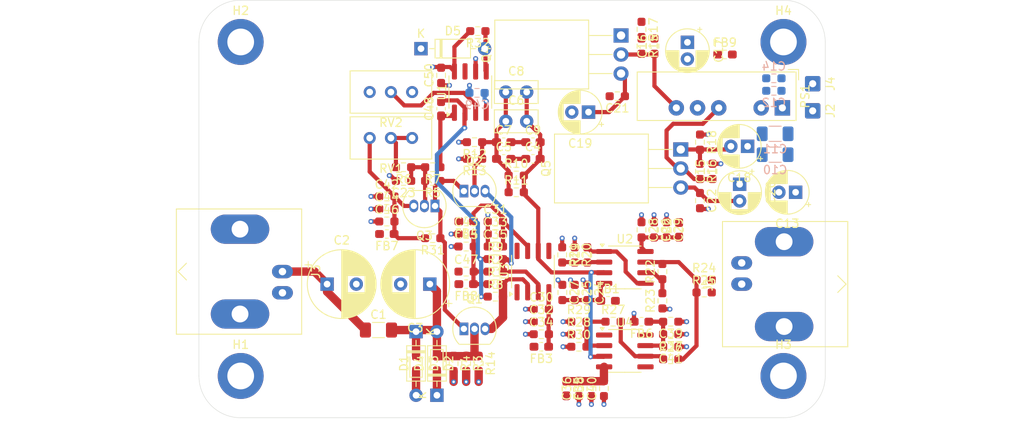
<source format=kicad_pcb>
(kicad_pcb (version 20240108) (generator "pcbnew") (generator_version "8.0")
  (layers (0 "F.Cu" signal) (1 "In1.Cu" signal) (2 "In2.Cu" signal) (31 "B.Cu" signal) (34 "B.Paste" user) (35 "F.Paste" user) (36 "B.SilkS" user "B.Silkscreen") (37 "F.SilkS" user "F.Silkscreen") (38 "B.Mask" user) (39 "F.Mask" user) (44 "Edge.Cuts" user))
  (net 0 "")
  (net 1 "Net-(J3-In)")
  (net 2 "Net-(D1-A)")
  (net 3 "Net-(C2-Pad2)")
  (net 4 "Net-(U2A-+)")
  (net 5 "Net-(C4-Pad1)")
  (net 6 "Net-(Q2-B)")
  (net 7 "Net-(C7-Pad2)")
  (net 8 "Earth")
  (net 9 "Net-(J2-Pin_1)")
  (net 10 "0")
  (net 11 "Net-(PS1--Vout)")
  (net 12 "Net-(PS1-+Vout)")
  (net 13 "Net-(Q4-B)")
  (net 14 "Net-(Q5-B)")
  (net 15 "+5V")
  (net 16 "-5V")
  (net 17 "Net-(Q3-B)")
  (net 18 "Net-(U2C-V-)")
  (net 19 "Net-(U2C-V+)")
  (net 20 "Net-(U3-V-)")
  (net 21 "Net-(U3-V+)")
  (net 22 "Net-(U4-V-)")
  (net 23 "Net-(U4-V+)")
  (net 24 "Net-(Q3-C)")
  (net 25 "Net-(C43-Pad2)")
  (net 26 "Net-(C48-Pad1)")
  (net 27 "Net-(U1A--)")
  (net 28 "GND")
  (net 29 "Net-(J1-In)")
  (net 30 "Net-(Q1-C)")
  (net 31 "Net-(Q1-E)")
  (net 32 "Net-(Q2-C)")
  (net 33 "Net-(R6-Pad2)")
  (net 34 "Net-(U2B-+)")
  (net 35 "Net-(U2A--)")
  (net 36 "Net-(U2B--)")
  (net 37 "Net-(R22-Pad2)")
  (net 38 "Net-(R26-Pad1)")
  (net 39 "Net-(U4--)")
  (net 40 "5V")
  (net 41 "Net-(U1A-+)")
  (net 42 "Net-(D5-A)")
  (footprint "Capacitor_SMD:C_0603_1608Metric_Pad1.08x0.95mm_HandSolder" (layer "F.Cu") (at 90 94)
    (property "Reference" "C4")
    (property "Value" "5p")
  )
  (footprint "Resistor_SMD:R_0603_1608Metric_Pad0.98x0.95mm_HandSolder" (layer "F.Cu") (at 82 107.5)
    (property "Reference" "C47")
    (property "Value" "1n")
  )
  (footprint "Capacitor_THT:CP_Radial_D8.0mm_P3.50mm" (layer "F.Cu") (at 77.652651 109 180)
    (property "Reference" "C3")
    (property "Value" "100u")
  )
  (footprint "Potentiometer_THT:Potentiometer_Bourns_3296W_Vertical" (layer "F.Cu") (at 70.45 86 180)
    (property "Reference" "RV2")
    (property "Value" "100k")
  )
  (footprint "Resistor_SMD:R_0603_1608Metric_Pad0.98x0.95mm_HandSolder" (layer "F.Cu") (at 85.5 104.5)
    (property "Reference" "C35")
    (property "Value" "1n")
  )
  (footprint "Resistor_SMD:R_0603_1608Metric_Pad0.98x0.95mm_HandSolder" (layer "F.Cu") (at 85.5 106)
    (property "Reference" "R9")
    (property "Value" "100k")
  )
  (footprint "MountingHole:MountingHole_3.2mm_M3_ISO14580_Pad_TopBottom" (layer "F.Cu") (at 120 80)
    (property "Reference" "H4")
    (property "Value" "MountingHole")
  )
  (footprint "Potentiometer_THT:Potentiometer_Bourns_3296W_Vertical" (layer "F.Cu") (at 70.45 91.5 180)
    (property "Reference" "RV1")
    (property "Value" "100k")
  )
  (footprint "Resistor_SMD:R_0603_1608Metric_Pad0.98x0.95mm_HandSolder" (layer "F.Cu") (at 85.5 107.5)
    (property "Reference" "R2")
    (property "Value" "2k")
  )
  (footprint "Resistor_SMD:R_0603_1608Metric_Pad0.98x0.95mm_HandSolder" (layer "F.Cu") (at 95.5 115)
    (property "Reference" "R28")
    (property "Value" "10")
  )
  (footprint "Resistor_SMD:R_0603_1608Metric_Pad0.98x0.95mm_HandSolder" (layer "F.Cu") (at 95.5 116.5)
    (property "Reference" "R30")
    (property "Value" "10")
  )
  (footprint "Resistor_SMD:R_0603_1608Metric_Pad0.98x0.95mm_HandSolder" (layer "F.Cu") (at 110.5 110)
    (property "Reference" "R25")
    (property "Value" "100")
  )
  (footprint "Capacitor_THT:CP_Radial_D5.0mm_P2.00mm" (layer "F.Cu") (at 96.655113 88.4 180)
    (property "Reference" "C19")
    (property "Value" "47u")
  )
  (footprint "Resistor_SMD:R_0603_1608Metric_Pad0.98x0.95mm_HandSolder" (layer "F.Cu") (at 95.5 113.5)
    (property "Reference" "R29")
    (property "Value" "10")
  )
  (footprint "Package_TO_SOT_THT:TO-92_Inline" (layer "F.Cu") (at 81.73 97.86)
    (property "Reference" "Q2")
    (property "Value" "2N4401")
  )
  (footprint "Resistor_SMD:R_0603_1608Metric_Pad0.98x0.95mm_HandSolder" (layer "F.Cu") (at 105.5 107.5 90)
    (property "Reference" "R22")
    (property "Value" "1k")
  )
  (footprint "Resistor_SMD:R_0603_1608Metric_Pad0.98x0.95mm_HandSolder" (layer "F.Cu") (at 103 78.5 -90)
    (property "Reference" "R17")
    (property "Value" "3k3")
  )
  (footprint "Resistor_SMD:R_0603_1608Metric_Pad0.98x0.95mm_HandSolder" (layer "F.Cu") (at 95.5 121.5 90)
    (property "Reference" "C36")
    (property "Value" "1n")
  )
  (footprint "Inductor_SMD:L_0603_1608Metric_Pad1.05x0.95mm_HandSolder" (layer "F.Cu") (at 82 101.5 180)
    (property "Reference" "FB4")
    (property "Value" "FerriteBead")
  )
  (footprint "Resistor_SMD:R_0603_1608Metric_Pad0.98x0.95mm_HandSolder" (layer "F.Cu") (at 103 80.5 -90)
    (property "Reference" "R15")
    (property "Value" "1k")
  )
  (footprint "Resistor_SMD:R_0603_1608Metric_Pad0.98x0.95mm_HandSolder" (layer "F.Cu") (at 82 103)
    (property "Reference" "C43")
    (property "Value" "1u")
  )
  (footprint "Resistor_SMD:R_0603_1608Metric_Pad0.98x0.95mm_HandSolder" (layer "F.Cu") (at 82 118.5 -90)
    (property "Reference" "R3")
    (property "Value" "100")
  )
  (footprint "Inductor_SMD:L_0603_1608Metric_Pad1.05x0.95mm_HandSolder" (layer "F.Cu") (at 94 121.5 -90)
    (property "Reference" "FB5")
    (property "Value" "FerriteBead")
  )
  (footprint "Package_SO:SOIC-8_3.9x4.9mm_P1.27mm" (layer "F.Cu") (at 90 107.5 90)
    (property "Reference" "U3")
    (property "Value" "AD8009")
  )
  (footprint "Capacitor_THT:CP_Radial_D5.0mm_P2.00mm" (layer "F.Cu") (at 108.5 80.044888 -90)
    (property "Reference" "C17")
    (property "Value" "47u")
  )
  (footprint "Resistor_SMD:R_0603_1608Metric_Pad0.98x0.95mm_HandSolder" (layer "F.Cu") (at 85.5 103)
    (property "Reference" "C33")
    (property "Value" "100n")
  )
  (footprint "Capacitor_SMD:C_1206_3216Metric_Pad1.33x1.80mm_HandSolder" (layer "F.Cu") (at 71.5 114.5)
    (property "Reference" "C1")
    (property "Value" "2.2u")
  )
  (footprint "Capacitor_THT:CP_Radial_D5.0mm_P2.00mm" (layer "F.Cu") (at 115.705113 92.5 180)
    (property "Reference" "C18")
    (property "Value" "47u")
  )
  (footprint "Capacitor_SMD:C_0603_1608Metric_Pad1.08x0.95mm_HandSolder" (layer "F.Cu") (at 86.5 92)
    (property "Reference" "C7")
    (property "Value" "5p")
  )
  (footprint "Resistor_SMD:R_0603_1608Metric_Pad0.98x0.95mm_HandSolder" (layer "F.Cu") (at 106 102.5 -90)
    (property "Reference" "C29")
    (property "Value" "1n")
  )
  (footprint "Inductor_SMD:L_0603_1608Metric_Pad1.05x0.95mm_HandSolder" (layer "F.Cu") (at 113 81.5)
    (property "Reference" "FB9")
    (property "Value" "FerriteBead")
  )
  (footprint "Inductor_SMD:L_0603_1608Metric_Pad1.05x0.95mm_HandSolder" (layer "F.Cu") (at 103 113.5 180)
    (property "Reference" "FB6")
    (property "Value" "FerriteBead")
  )
  (footprint "Resistor_SMD:R_0603_1608Metric_Pad0.98x0.95mm_HandSolder" (layer "F.Cu") (at 95 105.5 -90)
    (property "Reference" "R20")
    (property "Value" "250")
  )
  (footprint "Resistor_SMD:R_0603_1608Metric_Pad0.98x0.95mm_HandSolder" (layer "F.Cu") (at 110.5 108.5)
    (property "Reference" "R24")
    (property "Value" "100")
  )
  (footprint "Resistor_SMD:R_0603_1608Metric_Pad0.98x0.95mm_HandSolder" (layer "F.Cu") (at 72.5 100)
    (property "Reference" "C44")
    (property "Value" "100n")
  )
  (footprint "Resistor_SMD:R_0603_1608Metric_Pad0.98x0.95mm_HandSolder" (layer "F.Cu") (at 91 112)
    (property "Reference" "C30")
    (property "Value" "1n")
  )
  (footprint "Package_TO_SOT_THT:TO-126-3_Horizontal_TabUp" (layer "F.Cu") (at 100.55 79.225 -90)
    (property "Reference" "Q4")
    (property "Value" "BD679")
  )
  (footprint "Resistor_SMD:R_0603_1608Metric_Pad0.98x0.95mm_HandSolder" (layer "F.Cu") (at 85.5 101.5)
    (property "Reference" "C31")
    (property "Value" "1u")
  )
  (footprint "Capacitor_SMD:C_0603_1608Metric_Pad1.08x0.95mm_HandSolder" (layer "F.Cu") (at 90 92)
    (property "Reference" "C9")
    (property "Value" "5p")
  )
  (footprint "Package_SO:SOIC-8_3.9x4.9mm_P1.27mm" (layer "F.Cu") (at 82.5 86 90)
    (property "Reference" "U1")
    (property "Value" "TL072")
  )
  (footprint "Inductor_SMD:L_0603_1608Metric_Pad1.05x0.95mm_HandSolder" (layer "F.Cu") (at 72.5 103 180)
    (property "Reference" "FB7")
    (property "Value" "FerriteBead")
  )
  (footprint "Connector_Wire:SolderWire-0.25sqmm_1x01_D0.65mm_OD1.7mm" (layer "F.Cu") (at 123.5 88.25 -90)
    (property "Reference" "J2")
    (property "Value" "wire2board")
  )
  (footprint "Inductor_SMD:L_0603_1608Metric_Pad1.05x0.95mm_HandSolder" (layer "F.Cu") (at 91 116.5 180)
    (property "Reference" "FB3")
    (property "Value" "FerriteBead")
  )
  (footprint "Inductor_SMD:L_0603_1608Metric_Pad1.05x0.95mm_HandSolder" (layer "F.Cu") (at 99 111)
    (property "Reference" "FB1")
    (property "Value" "FerriteBead")
  )
  (footprint "Resistor_SMD:R_0603_1608Metric_Pad0.98x0.95mm_HandSolder" (layer "F.Cu") (at 105.5 111 90)
    (property "Reference" "R23")
    (property "Value" "1k")
  )
  (footprint "Converter_DCDC:Converter_DCDC_XP_POWER-IAxxxxS_THT" (layer "F.Cu") (at 119.87 87.895 -90)
    (property "Reference" "PS1")
    (property "Value" "IA0509S")
  )
  (footprint "Resistor_SMD:R_0603_1608Metric_Pad0.98x0.95mm_HandSolder" (layer "F.Cu") (at 104.55 80.5 90)
    (property "Reference" "C16")
    (property "Value" "1u")
  )
  (footprint "Capacitor_SMD:C_0603_1608Metric_Pad1.08x0.95mm_HandSolder" (layer "F.Cu") (at 79 88 90)
    (property "Reference" "C48")
    (property "Value" "5p")
  )
  (footprint "MountingHole:MountingHole_3.2mm_M3_ISO14580_Pad_TopBottom" (layer "F.Cu") (at 120 120)
    (property "Reference" "H3")
    (property "Value" "MountingHole")
  )
  (footprint "Resistor_SMD:R_0603_1608Metric_Pad0.98x0.95mm_HandSolder" (layer "F.Cu") (at 74.5 95 180)
    (property "Reference" "R6")
    (property "Value" "5.1k")
  )
  (footprint "Resistor_SMD:R_0603_1608Metric_Pad0.98x0.95mm_HandSolder" (layer "F.Cu") (at 78 103.5 180)
    (property "Reference" "R31")
    (property "Value" "1k")
  )
  (footprint "Package_TO_SOT_THT:TO-126-3_Horizontal_TabUp" (layer "F.Cu") (at 107.7 92.875113 -90)
    (property "Reference" "Q5")
    (property "Value" "BD680")
  )
  (footprint "Resistor_SMD:R_0603_1608Metric_Pad0.98x0.95mm_HandSolder" (layer "F.Cu") (at 72.5 101.5)
    (property "Reference" "C46")
    (property "Value" "100n")
  )
  (footprint "Resistor_SMD:R_0603_1608Metric_Pad0.98x0.95mm_HandSolder" (layer "F.Cu") (at 98.5 121.5 90)
    (property "Reference" "C40")
    (property "Value" "100n")
  )
  (footprint "Resistor_SMD:R_0603_1608Metric_Pad0.98x0.95mm_HandSolder" (layer "F.Cu") (at 83.4 78.7 180)
    (property "Reference" "R32")
    (property "Value" "100k")
  )
  (footprint "Diode_SMD:D_0603_1608Metric_Pad1.05x0.95mm_HandSolder" (layer "F.Cu") (at 78.5 118.5 -90)
    (property "Reference" "D2")
    (property "Value" "1N4148W")
  )
  (footprint "Resistor_SMD:R_0603_1608Metric_Pad0.98x0.95mm_HandSolder" (layer "F.Cu") (at 79 84 90)
    (property "Reference" "C50")
    (property "Value" "100n")
  )
  (footprint "Resistor_SMD:R_0603_1608Metric_Pad0.98x0.95mm_HandSolder" (layer "F.Cu") (at 83 92 180)
    (property "Reference" "R12")
    (property "Value" "100")
  )
  (footprint "Resistor_SMD:R_0603_1608Metric_Pad0.98x0.95mm_HandSolder" (layer "F.Cu") (at 93.52 110 -90)
    (property "Reference" "C27")
    (property "Value" "1u")
  )
  (footprint "Resistor_SMD:R_0603_1608Metric_Pad0.98x0.95mm_HandSolder" (layer "F.Cu") (at 91 113.5)
    (property "Reference" "C32")
    (property "Value" "100n")
  )
  (footprint "Resistor_SMD:R_0603_1608Metric_Pad0.98x0.95mm_HandSolder" (layer "F.Cu") (at 110 95.5 -90)
    (property "Reference" "R16")
    (property "Value" "1k")
  )
  (footprint "Connector_Coaxial:BNC_Amphenol_B6252HB-NPP3G-50_Horizontal" (layer "F.Cu") (at 115 109 -90)
    (property "Reference" "J1")
    (property "Value" "Input")
  )
  (footprint "Capacitor_SMD:C_0603_1608Metric_Pad1.08x0.95mm_HandSolder" (layer "F.Cu") (at 86.5 94)
    (property "Reference" "C5")
    (property "Value" "5p")
  )
  (footprint "Resistor_SMD:R_0603_1608Metric_Pad0.98x0.95mm_HandSolder" (layer "F.Cu") (at 82 104.5)
    (property "Reference" "C45")
    (property "Value" "100n")
  )
  (footprint "Capacitor_THT:C_Disc_D5.0mm_W2.5mm_P2.50mm" (layer "F.Cu") (at 86.75 89.5)
    (property "Reference" "C6")
    (property "Value" "5p")
  )
  (footprint "Resistor_SMD:R_0603_1608Metric_Pad0.98x0.95mm_HandSolder" (layer "F.Cu") (at 110 99 -90)
    (property "Reference" "C22")
    (property "Value" "1u")
  )
  (footprint "Resistor_SMD:R_0603_1608Metric_Pad0.98x0.95mm_HandSolder" (layer "F.Cu") (at 106.5 118)
    (property "Reference" "R26")
    (property "Value" "jumper")
  )
  (footprint "Diode_THT:D_DO-35_SOD27_P7.62mm_Horizontal" (layer "F.Cu") (at 78.5 122.31 90)
    (property "Reference" "D4")
    (property "Value" "1N4148")
  )
  (footprint "Capacitor_THT:C_Disc_D5.0mm_W2.5mm_P2.50mm" (layer "F.Cu") (at 86.75 86)
    (property "Reference" "C8")
    (property "Value" "5p")
  )
  (footprint "Package_SO:SOIC-8_3.9x4.9mm_P1.27mm" (layer "F.Cu") (at 101 107)
    (property "Reference" "U2")
    (property "Value" "AD8039")
  )
  (footprint "Diode_SMD:D_0603_1608Metric_Pad1.05x0.95mm_HandSolder" (layer "F.Cu") (at 76 118.5 90)
    (property "Reference" "D1")
    (property "Value" "1N4148W")
  )
  (footprint "Resistor_SMD:R_0603_1608Metric_Pad0.98x0.95mm_HandSolder" (layer "F.Cu") (at 78 95 180)
    (property "Reference" "R7")
    (property "Value" "jumper")
  )
  (footprint "Resistor_SMD:R_0603_1608Metric_Pad0.98x0.95mm_HandSolder" (layer "F.Cu") (at 85.5 109)
    (property "Reference" "R1")
    (property "Value" "2k")
  )
  (footprint "Capacitor_THT:CP_Radial_D5.0mm_P2.00mm" (layer "F.Cu") (at 121.455113 98 180)
    (property "Reference" "C13")
    (property "Value" "47u")
  )
  (footprint "Resistor_SMD:R_0603_1608Metric_Pad0.98x0.95mm_HandSolder" (layer "F.Cu") (at 103 102.5 -90)
    (property "Reference" "C28")
    (property "Value" "100n")
  )
  (footprint "Resistor_SMD:R_0603_1608Metric_Pad0.98x0.95mm_HandSolder" (layer "F.Cu") (at 85.5 110.5)
    (property "Reference" "R8")
    (property "Value" "100k")
  )
  (footprint "Connector_Coaxial:BNC_Amphenol_B6252HB-NPP3G-50_Horizontal" (layer "F.Cu") (at 60 107.5 90)
    (property "Reference" "J3")
    (property "Value" "Input")
  )
  (footprint "Capacitor_THT:CP_Radial_D8.0mm_P3.50mm" (layer "F.Cu") (at 65.347349 109)
    (property "Reference" "C2")
    (property "Value" "100u")
  )
  (footprint "Resistor_SMD:R_0603_1608Metric_Pad0.98x0.95mm_HandSolder" (layer "F.Cu") (at 88 98)
    (property "Reference" "R11")
    (property "Value" "1k")
  )
  (footprint "Capacitor_THT:CP_Radial_D5.0mm_P2.00mm" (layer "F.Cu") (at 114.75 97.044887 -90)
    (property "Reference" "C20")
    (property "Value" "47u")
  )
  (footprint "Resistor_SMD:R_0603_1608Metric_Pad0.98x0.95mm_HandSolder" (layer "F.Cu") (at 83 94 180)
    (property "Reference" "R13")
    (property "Value" "100")
  )
  (footprint "Resistor_SMD:R_0603_1608Metric_Pad0.98x0.95mm_HandSolder" (layer "F.Cu") (at 78 96.64 180)
    (property "Reference" "R5")
    (property "Value" "1k")
  )
  (footprint "Resistor_SMD:R_0603_1608Metric_Pad0.98x0.95mm_HandSolder" (layer "F.Cu") (at 91 115)
    (property "Reference" "C34")
    (property "Value" "100n")
  )
  (footprint "Inductor_SMD:L_0603_1608Metric_Pad1.05x0.95mm_HandSolder" (layer "F.Cu") (at 107.5 102.5 90)
    (property "Reference" "FB2")
    (property "Value" "FerriteBead")
  )
  (footprint "Resistor_SMD:R_0603_1608Metric_Pad0.98x0.95mm_HandSolder" (layer "F.Cu") (at 106.5 113.5 180)
    (property "Reference" "C39")
    (property "Value" "100n")
  )
  (footprint "Resistor_SMD:R_0603_1608Metric_Pad0.98x0.95mm_HandSolder" (layer "F.Cu") (at 72.5 98.5)
    (property "Reference" "C42")
    (property "Value" "1n")
  )
  (footprint "Resistor_SMD:R_0603_1608Metric_Pad0.98x0.95mm_HandSolder" (layer "F.Cu") (at 88 96)
    (property "Reference" "R10")
    (property "Value" "1k")
  )
  (footprint "Resistor_SMD:R_0603_1608Metric_Pad0.98x0.95mm_HandSolder" (layer "F.Cu") (at 97 121.5 90)
    (property "Reference" "C38")
    (property "Value" "100n")
  )
  (footprint "Resistor_SMD:R_0603_1608Metric_Pad0.98x0.95mm_HandSolder" (layer "F.Cu") (at 96.5 105.5 90)
    (property "Reference" "R19")
    (property "Value" "1k")
  )
  (footprint "Resistor_SMD:R_0603_1608Metric_Pad0.98x0.95mm_HandSolder" (layer "F.Cu") (at 104.5 102.5 -90)
    (property "Reference" "C26")
    (property "Value" "1u")
  )
  (footprint "MountingHole:MountingHole_3.2mm_M3_ISO14580_Pad_TopBottom" (layer "F.Cu") (at 55 120)
    (property "Reference" "H1")
    (property "Value" "MountingHole")
  )
  (footprint "Connector_Wire:SolderWire-0.25sqmm_1x01_D0.65mm_OD1.7mm" (layer "F.Cu") (at 123.5 85 -90)
    (property "Reference" "J4")
    (property "Value" "wire2board")
  )
  (footprint "Resistor_SMD:R_0603_1608Metric_Pad0.98x0.95mm_HandSolder" (layer "F.Cu") (at 106.5 116.5 180)
    (property "Reference" "C41")
    (property "Value" "1n")
  )
  (footprint "Diode_THT:D_DO-35_SOD27_P7.62mm_Horizontal" (layer "F.Cu") (at 76 114.69 -90)
    (property "Reference" "D3")
    (property "Value" "1N4148")
  )
  (footprint "Resistor_SMD:R_0603_1608Metric_Pad0.98x0.95mm_HandSolder" (layer "F.Cu") (at 100.1 86.5 180)
    (property "Reference" "C21")
    (property "Value" "1u")
  )
  (footprint "Resistor_SMD:R_0603_1608Metric_Pad0.98x0.95mm_HandSolder" (layer "F.Cu") (at 111.5 95.5 90)
    (property "Reference" "C15")
    (property "Value" "1u")
  )
  (footprint "Resistor_SMD:R_0603_1608Metric_Pad0.98x0.95mm_HandSolder" (layer "F.Cu") (at 99.6 113.5)
    (property "Reference" "R27")
    (property "Value" "200")
  )
  (footprint "Resistor_SMD:R_0603_1608Metric_Pad0.98x0.95mm_HandSolder" (layer "F.Cu") (at 93.5 105.5 -90)
    (property "Reference" "R21")
    (property "Value" "250")
  )
  (footprint "Resistor_SMD:R_0603_1608Metric_Pad0.98x0.95mm_HandSolder" (layer "F.Cu") (at 95.01 110 -90)
    (property "Reference" "C25")
    (property "Value" "100n")
  )
  (footprint "Package_TO_SOT_THT:TO-92_Inline" (layer "F.Cu") (at 81.73 114.36)
    (property "Reference" "Q1")
    (property "Value" "2N4401")
  )
  (footprint "Resistor_SMD:R_0603_1608Metric_Pad0.98x0.95mm_HandSolder" (layer "F.Cu") (at 106.5 115 180)
    (property "Reference" "C37")
    (property "Value" "1u")
  )
  (footprint "Resistor_SMD:R_0603_1608Metric_Pad0.98x0.95mm_HandSolder" (layer "F.Cu") (at 80.5 118.5 -90)
    (property "Reference" "R4")
    (property "Value" "100")
  )
  (footprint "Resistor_SMD:R_0603_1608Metric_Pad0.98x0.95mm_HandSolder" (layer "F.Cu") (at 83.5 118.5 -90)
    (property "Reference" "R14")
    (property "Value" "2k")
  )
  (footprint "MountingHole:MountingHole_3.2mm_M3_ISO14580_Pad_TopBottom" (layer "F.Cu") (at 55 80)
    (property "Reference" "H2")
    (property "Value" "MountingHole")
  )
  (footprint "Resistor_SMD:R_0603_1608Metric_Pad0.98x0.95mm_HandSolder" (layer "F.Cu") (at 74.5 96.64 180)
    (property "Reference" "C23")
    (property "Value" "100n")
  )
  (footprint "Package_TO_SOT_THT:TO-92_Inline" (layer "F.Cu") (at 78.27 99.64 180)
    (property "Reference" "Q3")
    (property "Value" "2N3906")
  )
  (footprint "Resistor_SMD:R_0603_1608Metric_Pad0.98x0.95mm_HandSolder" (layer "F.Cu") (at 96.52 110 -90)
    (property "Reference" "C24")
    (property "Value" "1n")
  )
  (footprint "Inductor_SMD:L_0603_1608Metric_Pad1.05x0.95mm_HandSolder" (layer "F.Cu") (at 82 109 180)
    (property "Reference" "FB8")
    (property "Value" "FerriteBead")
  )
  (footprint "Package_SO:SOIC-8_3.9x4.9mm_P1.27mm" (layer "F.Cu") (at 101 117)
    (property "Reference" "U4")
    (property "Value" "AD8009")
  )
  (footprint "Resistor_SMD:R_0603_1608Metric_Pad0.98x0.95mm_HandSolder" (layer "F.Cu") (at 110 92 -90)
    (property "Reference" "R18")
    (property "Value" "3k3")
  )
  (footprint "Diode_THT:D_DO-35_SOD27_P7.62mm_Horizontal" (layer "F.Cu") (at 76.59 80.8)
    (property "Reference" "D5")
    (property "Value" "1N4148")
  )
  (footprint "Resistor_SMD:R_1206_3216Metric_Pad1.30x1.75mm_HandSolder" (layer "B.Cu") (at 119 91)
    (property "Reference" "C11")
    (property "Value" "10u")
  )
  (footprint "Resistor_SMD:R_0603_1608Metric_Pad0.98x0.95mm_HandSolder" (layer "B.Cu") (at 83.3 86.1)
    (property "Reference" "C49")
    (property "Value" "100n")
  )
  (footprint "Resistor_SMD:R_1206_3216Metric_Pad1.30x1.75mm_HandSolder" (layer "B.Cu") (at 119 93.5)
    (property "Reference" "C10")
    (property "Value" "10u")
  )
  (footprint "Resistor_SMD:R_0603_1608Metric_Pad0.98x0.95mm_HandSolder" (layer "B.Cu") (at 118.85 84.349887 180)
    (property "Reference" "C14")
    (property "Value" "1u")
  )
  (footprint "Resistor_SMD:R_0603_1608Metric_Pad0.98x0.95mm_HandSolder" (layer "B.Cu") (at 118.85 85.849887)
    (property "Reference" "C12")
    (property "Value" "1u")
  )
  (gr_line (start 55 125) (end 120 125) (stroke (width 0.05)) (layer "Edge.Cuts"))
  (gr_line (start 50 80) (end 50 120) (stroke (width 0.05)) (layer "Edge.Cuts"))
  (gr_arc (start 55 125) (mid 51.464466 123.535534) (end 50 120) (stroke (width 0.05)) (layer "Edge.Cuts"))
  (gr_arc (start 120 75) (mid 123.535534 76.464466) (end 125 80) (stroke (width 0.05)) (layer "Edge.Cuts"))
  (gr_arc (start 125 120) (mid 123.535534 123.535534) (end 120 125) (stroke (width 0.05)) (layer "Edge.Cuts"))
  (gr_line (start 125 120) (end 125 80) (stroke (width 0.05)) (layer "Edge.Cuts"))
  (gr_line (start 120 75) (end 55 75) (stroke (width 0.05)) (layer "Edge.Cuts"))
  (gr_arc (start 50 80) (mid 51.464466 76.464466) (end 55 75) (stroke (width 0.05)) (layer "Edge.Cuts"))
  (segment (start 60 107.5) (end 63.847349 107.5) (width 1) (layer "F.Cu") (net 1))
  (segment (start 65.347349 109) (end 65.347349 109.909849) (width 1) (layer "F.Cu") (net 1))
  (segment (start 63.847349 107.5) (end 65.347349 109) (width 1) (layer "F.Cu") (net 1))
  (segment (start 65.347349 109.909849) (end 69.9375 114.5) (width 1) (layer "F.Cu") (net 1))
  (segment (start 83 117.625) (end 83 114.36) (width 1) (layer "F.Cu") (net 2))
  (segment (start 76 117.625) (end 76 114.69) (width 1) (layer "F.Cu") (net 2))
  (segment (start 73.0625 114.5) (end 78.31 114.5) (width 1) (layer "F.Cu") (net 2))
  (segment (start 82 117.5875) (end 82.0375 117.625) (width 1) (layer "F.Cu") (net 2))
  (segment (start 82.0375 117.625) (end 83 117.625) (width 1) (layer "F.Cu") (net 2))
  (segment (start 78.5 117.625) (end 83.4625 117.625) (width 1) (layer "F.Cu") (net 2))
  (segment (start 83.4625 117.625) (end 83.5 117.5875) (width 1) (layer "F.Cu") (net 2))
  (segment (start 78.5 117.625) (end 78.5 114.69) (width 1) (layer "F.Cu") (net 2))
  (segment (start 78.5 109.847349) (end 77.652651 109) (width 1) (layer "F.Cu") (net 2))
  (segment (start 78.31 114.5) (end 78.5 114.69) (width 1) (layer "F.Cu") (net 2))
  (segment (start 78.5 114.69) (end 78.5 109.847349) (width 1) (layer "F.Cu") (net 2))
  (segment (start 98.49 107.6) (end 98.525 107.635) (width 0.5) (layer "F.Cu") (net 4))
  (segment (start 90.635 105.025) (end 90.635 105.999999) (width 0.5) (layer "F.Cu") (net 4))
  (segment (start 88.9125 98) (end 88.9125 98.2125) (width 0.5) (layer "F.Cu") (net 4))
  (segment (start 90.8625 94.05) (end 88.9125 96) (width 0.5) (layer "F.Cu") (net 4))
  (segment (start 90.8625 91.1125) (end 89.25 89.5) (width 0.5) (layer "F.Cu") (net 4))
  (segment (start 90.635 105.999999) (end 92.235001 107.6) (width 0.5) (layer "F.Cu") (net 4))
  (segment (start 90.8625 92) (end 90.8625 91.1125) (width 0.5) (layer "F.Cu") (net 4))
  (segment (start 98.46 117.7) (end 98.525 117.635) (width 0.5) (layer "F.Cu") (net 4))
  (segment (start 92.235001 107.6) (end 97 107.6) (width 0.5) (layer "F.Cu") (net 4))
  (segment (start 90.8625 92) (end 90.8625 94) (width 0.5) (layer "F.Cu") (net 4))
  (segment (start 90.635 99.935) (end 90.635 105.025) (width 0.5) (layer "F.Cu") (net 4))
  (segment (start 88.9125 96) (end 88.9125 98) (width 0.5) (layer "F.Cu") (net 4))
  (segment (start 89.25 89.5) (end 89.25 86) (width 0.5) (layer "F.Cu") (net 4))
  (segment (start 96.9 117.7) (end 98.46 117.7) (width 0.5) (layer "F.Cu") (net 4))
  (segment (start 97 107.6) (end 98.49 107.6) (width 0.5) (layer "F.Cu") (net 4))
  (segment (start 88.9125 98.2125) (end 90.635 99.935) (width 0.5) (layer "F.Cu") (net 4))
  (segment (start 90.8625 94) (end 90.8625 94.05) (width 0.5) (layer "F.Cu") (net 4))
  (via (at 97 107.6) (size 0.6) (drill 0.3) (layers "F.Cu" "B.Cu") (net 4))
  (via (at 96.9 117.7) (size 0.6) (drill 0.3) (layers "F.Cu" "B.Cu") (net 4))
  (segment (start 96.9 107.7) (end 97 107.6) (width 0.5) (layer "B.Cu") (net 4))
  (segment (start 96.9 117.7) (end 96.9 107.7) (width 0.5) (layer "B.Cu") (net 4))
  (segment (start 87.3625 94) (end 89.1375 94) (width 0.5) (layer "F.Cu") (net 5))
  (segment (start 83.9125 92) (end 83.9125 94) (width 0.5) (layer "F.Cu") (net 6))
  (segment (start 85.6375 94) (end 85.6375 92) (width 0.5) (layer "F.Cu") (net 6))
  (segment (start 87.0875 96) (end 87.0875 95.45) (width 0.5) (layer "F.Cu") (net 6))
  (segment (start 87.0875 95.45) (end 85.6375 94) (width 0.5) (layer "F.Cu") (net 6))
  (segment (start 87.0875 98) (end 87.0875 96) (width 0.5) (layer "F.Cu") (net 6))
  (segment (start 85.6375 92) (end 83.9125 92) (width 0.5) (layer "F.Cu") (net 6))
  (segment (start 85.6375 90.6125) (end 86.75 89.5) (width 0.5) (layer "F.Cu") (net 6))
  (segment (start 83.9125 94) (end 83 94.9125) (width 0.5) (layer "F.Cu") (net 6))
  (segment (start 85.6375 92) (end 85.6375 90.6125) (width 0.5) (layer "F.Cu") (net 6))
  (segment (start 86.75 89.5) (end 86.75 86) (width 0.5) (layer "F.Cu") (net 6))
  (segment (start 83 94.9125) (end 83 97.86) (width 0.5) (layer "F.Cu") (net 6))
  (segment (start 87.3625 92) (end 89.1375 92) (width 0.5) (layer "F.Cu") (net 7))
  (segment (start 106 90.6) (end 106.8 89.8) (width 0.5) (layer "F.Cu") (net 11))
  (segment (start 111.5 96.4125) (end 109.3125 96.4125) (width 0.5) (layer "F.Cu") (net 11))
  (segment (start 110.345 89.8) (end 112.25 87.895) (width 0.5) (layer "F.Cu") (net 11))
  (segment (start 108.055113 95.155113) (end 107.325 95.155113) (width 0.5) (layer "F.Cu") (net 11))
  (segment (start 109.3125 96.4125) (end 108.055113 95.155113) (width 0.5) (layer "F.Cu") (net 11))
  (segment (start 107.325 95.155113) (end 106 93.830113) (width 0.5) (layer "F.Cu") (net 11))
  (segment (start 106.8 89.8) (end 110.345 89.8) (width 0.5) (layer "F.Cu") (net 11))
  (segment (start 106 93.830113) (end 106 90.6) (width 0.5) (layer "F.Cu") (net 11))
  (segment (start 104.4575 81.505) (end 104.55 81.4125) (width 0.5) (layer "F.Cu") (net 12))
  (segment (start 100.55 81.505) (end 104.4575 81.505) (width 0.5) (layer "F.Cu") (net 12))
  (segment (start 104.55 85.275) (end 107.17 87.895) (width 0.5) (layer "F.Cu") (net 12))
  (segment (start 104.55 81.4125) (end 104.55 85.275) (width 0.5) (layer "F.Cu") (net 12))
  (segment (start 110 92.9125) (end 110 94.5875) (width 0.5) (layer "F.Cu") (net 14))
  (segment (start 113.33 92.875113) (end 113.705113 92.5) (width 0.5) (layer "F.Cu") (net 14))
  (segment (start 107.7 92.875113) (end 113.33 92.875113) (width 0.5) (layer "F.Cu") (net 14))
  (segment (start 99.1125 88.4) (end 96.655113 88.4) (width 0.5) (layer "F.Cu") (net 15))
  (segment (start 101.0125 86.5) (end 99.1125 88.4) (width 0.5) (layer "F.Cu") (net 15))
  (segment (start 101.0125 86.5) (end 101.0125 84.2475) (width 0.5) (layer "F.Cu") (net 15))
  (segment (start 82.4875 78.7) (end 80.595 80.5925) (width 0.5) (layer "F.Cu") (net 15))
  (segment (start 102.1 112.5) (end 102.1 113.475) (width 0.5) (layer "F.Cu") (net 15))
  (segment (start 80.07 83) (end 80.595 83.525) (width 0.5) (layer "F.Cu") (net 15))
  (segment (start 78 83) (end 80.07 83) (width 0.5) (layer "F.Cu") (net 15))
  (segment (start 102.1 113.475) (end 102.125 113.5) (width 0.5) (layer "F.Cu") (net 15))
  (segment (start 80.595 80.5925) (end 80.595 83.525) (width 0.5) (layer "F.Cu") (net 15))
  (segment (start 101.0125 84.2475) (end 100.55 83.785) (width 0.5) (layer "F.Cu") (net 15))
  (via (at 78 83) (size 0.6) (drill 0.3) (layers "F.Cu" "B.Cu") (net 15))
  (via (at 102.1 112.5) (size 0.6) (drill 0.3) (layers "F.Cu" "B.Cu") (net 15))
  (segment (start 110.957387 99.044887) (end 114.75 99.044887) (width 0.5) (layer "F.Cu") (net 16))
  (segment (start 110 98.0875) (end 110.957387 99.044887) (width 0.5) (layer "F.Cu") (net 16))
  (segment (start 84.405 88.475) (end 84.405 87.1) (width 0.5) (layer "F.Cu") (net 16))
  (segment (start 109.347613 97.435113) (end 110 98.0875) (width 0.5) (layer "F.Cu") (net 16))
  (segment (start 107.7 97.435113) (end 109.347613 97.435113) (width 0.5) (layer "F.Cu") (net 16))
  (via (at 84.405 87.1) (size 0.6) (drill 0.3) (layers "F.Cu" "B.Cu") (net 16))
  (segment (start 84.2125 86.9075) (end 84.405 87.1) (width 0.5) (layer "B.Cu") (net 16))
  (segment (start 84.2125 86.1) (end 84.2125 86.9075) (width 0.5) (layer "B.Cu") (net 16))
  (segment (start 77.0875 95) (end 77.0875 99.5525) (width 0.5) (layer "F.Cu") (net 17))
  (segment (start 77.0875 99.5525) (end 77 99.64) (width 0.5) (layer "F.Cu") (net 17))
  (segment (start 75.4125 95) (end 77.0875 95) (width 0.5) (layer "F.Cu") (net 17))
  (segment (start 75.4125 96.64) (end 75.4125 95) (width 0.5) (layer "F.Cu") (net 17))
  (segment (start 98.125 111) (end 98.125 109.305) (width 0.5) (layer "F.Cu") (net 18))
  (segment (start 98.125 109.305) (end 98.525 108.905) (width 0.5) (layer "F.Cu") (net 18))
  (segment (start 98.0375 110.9125) (end 98.125 111) (width 0.5) (layer "F.Cu") (net 18))
  (segment (start 93.52 110.9125) (end 98.0375 110.9125) (width 0.5) (layer "F.Cu") (net 18))
  (segment (start 103 103.4125) (end 103 104.62) (width 0.5) (layer "F.Cu") (net 19))
  (segment (start 103 104.62) (end 103.475 105.095) (width 0.5) (layer "F.Cu") (net 19))
  (segment (start 107.4625 103.4125) (end 107.5 103.375) (width 0.5) (layer "F.Cu") (net 19))
  (segment (start 103 103.4125) (end 107.4625 103.4125) (width 0.5) (layer "F.Cu") (net 19))
  (segment (start 91.875 116.5) (end 91.875 110.005) (width 0.5) (layer "F.Cu") (net 20))
  (segment (start 91.875 110.005) (end 91.905 109.975) (width 0.5) (layer "F.Cu") (net 20))
  (segment (start 84.9875 99.6) (end 83.8 99.6) (width 0.5) (layer "F.Cu") (net 21))
  (segment (start 83.8 99.6) (end 82.875 100.525) (width 0.5) (layer "F.Cu") (net 21))
  (segment (start 86.4125 101.5) (end 86.4125 101.025) (width 0.5) (layer "F.Cu") (net 21))
  (segment (start 86.4125 101.5) (end 86.4125 104.5) (width 0.5) (layer "F.Cu") (net 21))
  (segment (start 86.4125 101.025) (end 84.9875 99.6) (width 0.5) (layer "F.Cu") (net 21))
  (segment (start 82.875 100.525) (end 82.875 101.5) (width 0.5) (layer "F.Cu") (net 21))
  (segment (start 89.365 104.4525) (end 86.4125 101.5) (width 0.5) (layer "F.Cu") (net 21))
  (segment (start 89.365 105.025) (end 89.365 104.4525) (width 0.5) (layer "F.Cu") (net 21))
  (segment (start 98.5 118.93) (end 98.525 118.905) (width 1) (layer "F.Cu") (net 22))
  (segment (start 98.5 120.5875) (end 98.5 118.93) (width 1) (layer "F.Cu") (net 22))
  (segment (start 98.4625 120.625) (end 98.5 120.5875) (width 1) (layer "F.Cu") (net 22))
  (segment (start 94 120.625) (end 98.4625 120.625) (width 1) (layer "F.Cu") (net 22))
  (segment (start 105.5875 116.5) (end 105.5875 113.5) (width 0.5) (layer "F.Cu") (net 23))
  (segment (start 105.5875 113.5) (end 103.875 113.5) (width 0.5) (layer "F.Cu") (net 23))
  (segment (start 105.4525 116.365) (end 105.5875 116.5) (width 0.5) (layer "F.Cu") (net 23))
  (segment (start 103.475 116.365) (end 105.4525 116.365) (width 0.5) (layer "F.Cu") (net 23))
  (segment (start 74.5525 99.64) (end 73.4125 98.5) (width 0.5) (layer "F.Cu") (net 24))
  (segment (start 77.0875 103.5) (end 73.875 103.5) (width 0.5) (layer "F.Cu") (net 24))
  (segment (start 73.4125 98.5) (end 73.4125 102.9625) (width 0.5) (layer "F.Cu") (net 24))
  (segment (start 75.73 99.64) (end 74.5525 99.64) (width 0.5) (layer "F.Cu") (net 24))
  (segment (start 73.4125 102.9625) (end 73.375 103) (width 0.5) (layer "F.Cu") (net 24))
  (segment (start 73.875 103.5) (end 73.375 103) (width 0.5) (layer "F.Cu") (net 24))
  (segment (start 70.45 95.5375) (end 70.45 91.5) (width 0.5) (layer "F.Cu") (net 24))
  (segment (start 73.4125 98.5) (end 70.45 95.5375) (width 0.5) (layer "F.Cu") (net 24))
  (segment (start 82.875 109) (end 82.875 103.0375) (width 0.5) (layer "F.Cu") (net 25))
  (segment (start 84.5875 107.5) (end 82.9125 107.5) (width 0.5) (layer "F.Cu") (net 25))
  (segment (start 82.875 109) (end 84.5875 109) (width 0.5) (layer "F.Cu") (net 25))
  (segment (start 82.875 103.0375) (end 82.9125 103) (width 0.5) (layer "F.Cu") (net 25))
  (segment (start 78.9125 95) (end 78.9125 88.95) (width 0.5) (layer "F.Cu") (net 26))
  (segment (start 78.9125 88.95) (end 79 88.8625) (width 0.5) (layer "F.Cu") (net 26))
  (segment (start 80.2075 88.8625) (end 80.595 88.475) (width 0.5) (layer "F.Cu") (net 26))
  (segment (start 79 88.8625) (end 80.2075 88.8625) (width 0.5) (layer "F.Cu") (net 26))
  (segment (start 81.865 88.475) (end 81.865 87.917316) (width 0.5) (layer "F.Cu") (net 27))
  (segment (start 81.8 90.3) (end 81.8 88.54) (width 0.5) (layer "F.Cu") (net 27))
  (segment (start 80.947684 87) (end 79.1375 87) (width 0.5) (layer "F.Cu") (net 27))
  (segment (start 84.5875 110.5) (end 83.8 110.5) (width 0.5) (layer "F.Cu") (net 27))
  (segment (start 84.5875 106) (end 83.7 106) (width 0.5) (layer "F.Cu") (net 27))
  (segment (start 81.865 87.917316) (end 80.947684 87) (width 0.5) (layer "F.Cu") (net 27))
  (segment (start 81.8 88.54) (end 81.865 88.475) (width 0.5) (layer "F.Cu") (net 27))
  (segment (start 79.1375 87) (end 79 87.1375) (width 0.5) (layer "F.Cu") (net 27))
  (via (at 81.8 90.3) (size 0.6) (drill 0.3) (layers "F.Cu" "B.Cu") (net 27))
  (via (at 83.7 106) (size 0.6) (drill 0.3) (layers "F.Cu" "B.Cu") (net 27))
  (via (at 83.8 110.5) (size 0.6) (drill 0.3) (layers "F.Cu" "B.Cu") (net 27))
  (segment (start 78.5 96.805) (end 78.5 93.5) (width 0.5) (layer "B.Cu") (net 27))
  (segment (start 83.7 106) (end 83.4 105.7) (width 0.5) (layer "B.Cu") (net 27))
  (segment (start 81.8 90.3) (end 81.9 90.3) (width 0.5) (layer "B.Cu") (net 27))
  (segment (start 83.8 110.5) (end 83.8 106.1) (width 0.5) (layer "B.Cu") (net 27))
  (segment (start 83.4 101.705) (end 78.5 96.805) (width 0.5) (layer "B.Cu") (net 27))
  (segment (start 78.5 93.5) (end 81.7 90.3) (width 0.5) (layer "B.Cu") (net 27))
  (segment (start 81.7 90.3) (end 81.8 90.3) (width 0.5) (layer "B.Cu") (net 27))
  (segment (start 83.8 106.1) (end 83.7 106) (width 0.5) (layer "B.Cu") (net 27))
  (segment (start 83.4 105.7) (end 83.4 101.705) (width 0.5) (layer "B.Cu") (net 27))
  (segment (start 70.6 98.5) (end 71.5875 98.5) (width 0.5) (layer "F.Cu") (net 28))
  (segment (start 93 108.5) (end 93 108.5675) (width 0.5) (layer "F.Cu") (net 28))
  (segment (start 79.2875 85.2) (end 79 84.9125) (width 0.5) (layer "F.Cu") (net 28))
  (segment (start 80.5 120.7) (end 80.5 119.4125) (width 1) (layer "F.Cu") (net 28))
  (segment (start 104.5 100.7) (end 104.5 101.6875) (width 0.5) (layer "F.Cu") (net 28))
  (segment (start 96 108.5675) (end 96.52 109.0875) (width 0.5) (layer "F.Cu") (net 28))
  (segment (start 111 91.0875) (end 110 91.0875) (width 0.5) (layer "F.Cu") (net 28))
  (segment (start 96 108.5) (end 96 108.5675) (width 0.5) (layer "F.Cu") (net 28))
  (segment (start 78.5 122.31) (end 78.5 119.375) (width 1) (layer "F.Cu") (net 28))
  (segment (start 89.1 112) (end 90.0875 112) (width 0.5) (layer "F.Cu") (net 28))
  (segment (start 106.4 112) (end 105.5875 112) (width 0.5) (layer "F.Cu") (net 28))
  (segment (start 72.8 96) (end 72.9475 96) (width 0.5) (layer "F.Cu") (net 28))
  (segment (start 94.5 108.5) (end 94.5 108.5775) (width 0.5) (layer "F.Cu") (net 28))
  (segment (start 93.6 113.5) (end 94.5875 113.5) (width 0.5) (layer "F.Cu") (net 28))
  (segment (start 80 85.2) (end 79.2875 85.2) (width 0.5) (layer "F.Cu") (net 28))
  (segment (start 70.6 101.5) (end 71.5875 101.5) (width 0.5) (layer "F.Cu") (net 28))
  (segment (start 93.6 115) (end 94.5875 115) (width 0.5) (layer "F.Cu") (net 28))
  (segment (start 98.5 123.4) (end 98.5 122.4125) (width 0.5) (layer "F.Cu") (net 28))
  (segment (start 103 100.7) (end 103 101.6875) (width 0.5) (layer "F.Cu") (net 28))
  (segment (start 107.4125 115) (end 108.4 115) (width 0.5) (layer "F.Cu") (net 28))
  (segment (start 80.2 104.5) (end 81.1875 104.5) (width 0.5) (layer "F.Cu") (net 28))
  (segment (start 81.1 94) (end 82.0875 94) (width 0.5) (layer "F.Cu") (net 28))
  (segment (start 84.6 104.4875) (end 84.5875 104.5) (width 0.5) (layer "F.Cu") (net 28))
  (segment (start 81.1 92) (end 82.0875 92) (width 0.5) (layer "F.Cu") (net 28))
  (segment (start 89.1 113.5) (end 90.0875 113.5) (width 0.5) (layer "F.Cu") (net 28))
  (segment (start 95.5 123.4) (end 95.5 122.4125) (width 0.5) (layer "F.Cu") (net 28))
  (segment (start 93 108.5675) (end 93.52 109.0875) (width 0.5) (layer "F.Cu") (net 28))
  (segment (start 106 100.7) (end 106 101.6875) (width 0.5) (layer "F.Cu") (net 28))
  (segment (start 110.0875 100) (end 110 99.9125) (width 0.5) (layer "F.Cu") (net 28))
  (segment (start 83.5 120.7) (end 83.5 119.4125) (width 1) (layer "F.Cu") (net 28))
  (segment (start 80.2 103) (end 81.1875 103) (width 0.5) (layer "F.Cu") (net 28))
  (segment (start 107.4125 116.5) (end 108.4 116.5) (width 0.5) (layer "F.Cu") (net 28))
  (segment (start 82 120.7) (end 82 119.4125) (width 1) (layer "F.Cu") (net 28))
  (segment (start 84.6 100.7) (end 84.6 104.4875) (width 0.5) (layer "F.Cu") (net 28))
  (segment (start 83.135 83.525) (end 83.135 82) (width 0.5) (layer "F.Cu") (net 28))
  (segment (start 93.5 103.5) (end 93.5 104.5875) (width 0.5) (layer "F.Cu") (net 28))
  (segment (start 93.6 116.5) (end 94.5875 116.5) (width 0.5) (layer "F.Cu") (net 28))
  (segment (start 94.5 108.5775) (end 95.01 109.0875) (width 0.5) (layer "F.Cu") (net 28))
  (segment (start 70.6 100) (end 71.5875 100) (width 0.5) (layer "F.Cu") (net 28))
  (segment (start 89.1 115) (end 90.0875 115) (width 0.5) (layer "F.Cu") (net 28))
  (segment (start 111 100) (end 110.0875 100) (width 0.5) (layer "F.Cu") (net 28))
  (segment (start 97 123.4) (end 97 122.4125) (width 0.5) (layer "F.Cu") (net 28))
  (segment (start 76 122.31) (end 76 119.375) (width 1) (layer "F.Cu") (net 28))
  (segment (start 105.5875 112) (end 105.5 111.9125) (width 0.5) (layer "F.Cu") (net 28))
  (segment (start 72.9475 96) (end 73.5875 96.64) (width 0.5) (layer "F.Cu") (net 28))
  (segment (start 107.4125 113.5) (end 108.4 113.5) (width 0.5) (layer "F.Cu") (net 28))
  (segment (start 95 103.5) (end 95 104.5875) (width 0.5) (layer "F.Cu") (net 28))
  (segment (start 112.5 94.5875) (end 111.5 94.5875) (width 0.5) (layer "F.Cu") (net 28))
  (via (at 93.6 113.5) (size 0.6) (drill 0.3) (layers "F.Cu" "B.Cu") (net 28))
  (via (at 89.1 115) (size 0.6) (drill 0.3) (layers "F.Cu" "B.Cu") (net 28))
  (via (at 93.6 115) (size 0.6) (drill 0.3) (layers "F.Cu" "B.Cu") (net 28))
  (via (at 70.6 101.5) (size 0.6) (drill 0.3) (layers "F.Cu" "B.Cu") (net 28))
  (via (at 81.1 94) (size 0.6) (drill 0.3) (layers "F.Cu" "B.Cu") (net 28))
  (via (at 94.5 108.5) (size 0.6) (drill 0.3) (layers "F.Cu" "B.Cu") (net 28))
  (via (at 96 108.5) (size 0.6) (drill 0.3) (layers "F.Cu" "B.Cu") (net 28))
  (via (at 108.4 113.5) (size 0.6) (drill 0.3) (layers "F.Cu" "B.Cu") (net 28))
  (via (at 80.2 103) (size 0.6) (drill 0.3) (layers "F.Cu" "B.Cu") (net 28))
  (via (at 81.1 92) (size 0.6) (drill 0.3) (layers "F.Cu" "B.Cu") (net 28))
  (via (at 80 85.2) (size 0.6) (drill 0.3) (layers "F.Cu" "B.Cu") (net 28))
  (via (at 111 100) (size 0.6) (drill 0.3) (layers "F.Cu" "B.Cu") (net 28))
  (via (at 70.6 98.5) (size 0.6) (drill 0.3) (layers "F.Cu" "B.Cu") (net 28))
  (via (at 106.4 112) (size 0.6) (drill 0.3) (layers "F.Cu" "B.Cu") (net 28))
  (via (at 93 108.5) (size 0.6) (drill 0.3) (layers "F.Cu" "B.Cu") (net 28))
  (via (at 98.5 123.4) (size 0.6) (drill 0.3) (layers "F.Cu" "B.Cu") (net 28))
  (via (at 80.2 104.5) (size 0.6) (drill 0.3) (layers "F.Cu" "B.Cu") (net 28))
  (via (at 112.5 94.5875) (size 0.6) (drill 0.3) (layers "F.Cu" "B.Cu") (net 28))
  (via (at 83.5 120.7) (size 0.6) (drill 0.3) (layers "F.Cu" "B.Cu") (net 28))
  (via (at 82 120.7) (size 0.6) (drill 0.3) (layers "F.Cu" "B.Cu") (net 28))
  (via (at 83.135 82) (size 0.6) (drill 0.3) (layers "F.Cu" "B.Cu") (net 28))
  (via (at 93.6 116.5) (size 0.6) (drill 0.3) (layers "F.Cu" "B.Cu") (net 28))
  (via (at 108.4 115) (size 0.6) (drill 0.3) (layers "F.Cu" "B.Cu") (net 28))
  (via (at 111 91.0875) (size 0.6) (drill 0.3) (layers "F.Cu" "B.Cu") (net 28))
  (via (at 70.6 100) (size 0.6) (drill 0.3) (layers "F.Cu" "B.Cu") (net 28))
  (via (at 89.1 112) (size 0.6) (drill 0.3) (layers "F.Cu" "B.Cu") (net 28))
  (via (at 93.5 103.5) (size 0.6) (drill 0.3) (layers "F.Cu" "B.Cu") (net 28))
  (via (at 108.4 116.5) (size 0.6) (drill 0.3) (layers "F.Cu" "B.Cu") (net 28))
  (via (at 106 100.7) (size 0.6) (drill 0.3) (layers "F.Cu" "B.Cu") (net 28))
  (via (at 97 123.4) (size 0.6) (drill 0.3) (layers "F.Cu" "B.Cu") (net 28))
  (via (at 89.1 113.5) (size 0.6) (drill 0.3) (layers "F.Cu" "B.Cu") (net 28))
  (via (at 104.5 100.7) (size 0.6) (drill 0.3) (layers "F.Cu" "B.Cu") (net 28))
  (via (at 103 100.7) (size 0.6) (drill 0.3) (layers "F.Cu" "B.Cu") (net 28))
  (via (at 84.6 100.7) (size 0.6) (drill 0.3) (layers "F.Cu" "B.Cu") (net 28))
  (via (at 80.5 120.7) (size 0.6) (drill 0.3) (layers "F.Cu" "B.Cu") (net 28))
  (via (at 82.4 85.2) (size 0.6) (drill 0.3) (layers "F.Cu" "B.Cu") (net 28))
  (via (at 95 103.5) (size 0.6) (drill 0.3) (layers "F.Cu" "B.Cu") (net 28))
  (via (at 72.8 96) (size 0.6) (drill 0.3) (layers "F.Cu" "B.Cu") (net 28))
  (via (at 95.5 123.4) (size 0.6) (drill 0.3) (layers "F.Cu" "B.Cu") (net 28))
  (segment (start 82.4 86.0875) (end 82.3875 86.1) (width 0.5) (layer "B.Cu") (net 28))
  (segment (start 82.4 85.2) (end 82.4 86.0875) (width 0.5) (layer "B.Cu") (net 28))
  (segment (start 86.4125 110.5) (end 86.4125 109) (width 1) (layer "F.Cu") (net 30))
  (segment (start 86.4125 112.9875) (end 86.4125 110.5) (width 1) (layer "F.Cu") (net 30))
  (segment (start 88.789999 108.425) (end 86.9875 108.425) (width 0.5) (layer "F.Cu") (net 30))
  (segment (start 89.365 109.975) (end 89.365 109.000001) (width 0.5) (layer "F.Cu") (net 30))
  (segment (start 86.9875 108.425) (end 86.4125 109) (width 0.5) (layer "F.Cu") (net 30))
  (segment (start 84.27 114.36) (end 85.04 114.36) (width 1) (layer "F.Cu") (net 30))
  (segment (start 85.04 114.36) (end 86.4125 112.9875) (width 1) (layer "F.Cu") (net 30))
  (segment (start 89.365 109.000001) (end 88.789999 108.425) (width 0.5) (layer "F.Cu") (net 30))
  (segment (start 78.9125 100.2825) (end 78.27 99.64) (width 0.5) (layer "F.Cu") (net 31))
  (segment (start 78.9125 96.64) (end 80.51 96.64) (width 0.5) (layer "F.Cu") (net 31))
  (segment (start 79.45 104.0375) (end 78.9125 103.5) (width 0.5) (layer "F.Cu") (net 31))
  (segment (start 78.9125 103.5) (end 78.9125 100.2825) (width 0.5) (layer "F.Cu") (net 31))
  (segment (start 79.45 112.08) (end 79.45 104.0375) (width 0.5) (layer "F.Cu") (net 31))
  (segment (start 78.27 97.2825) (end 78.9125 96.64) (width 0.5) (layer "F.Cu") (net 31))
  (segment (start 78.27 99.64) (end 78.27 97.2825) (width 0.5) (layer "F.Cu") (net 31))
  (segment (start 80.51 96.64) (end 81.73 97.86) (width 0.5) (layer "F.Cu") (net 31))
  (segment (start 81.73 114.36) (end 79.45 112.08) (width 0.5) (layer "F.Cu") (net 31))
  (segment (start 90.635 109.975) (end 90.635 109.000001) (width 0.5) (layer "F.Cu") (net 32))
  (segment (start 90.635 109.000001) (end 89.134999 107.5) (width 0.5) (layer "F.Cu") (net 32))
  (segment (start 87.4 106.5) (end 86.9 106) (width 0.5) (layer "F.Cu") (net 32))
  (segment (start 86.4125 107.5) (end 86.4125 106) (width 0.5) (layer "F.Cu") (net 32))
  (segment (start 89.134999 107.5) (end 86.4125 107.5) (width 0.5) (layer "F.Cu") (net 32))
  (segment (start 86.9 106) (end 86.4125 106) (width 0.5) (layer "F.Cu") (net 32))
  (via (at 87.4 106.5) (size 0.6) (drill 0.3) (layers "F.Cu" "B.Cu") (net 32))
  (segment (start 87.4 106.5) (end 87.4 100.99) (width 0.5) (layer "B.Cu") (net 32))
  (segment (start 87.4 100.99) (end 84.27 97.86) (width 0.5) (layer "B.Cu") (net 32))
  (segment (start 73.5875 92.0975) (end 72.99 91.5) (width 0.5) (layer "F.Cu") (net 33))
  (segment (start 75.53 91.5) (end 72.99 91.5) (width 0.5) (layer "F.Cu") (net 33))
  (segment (start 73.5875 95) (end 73.5875 92.0975) (width 0.5) (layer "F.Cu") (net 33))
  (segment (start 101.1 107.504999) (end 101.1 106.2) (width 0.5) (layer "F.Cu") (net 34))
  (segment (start 97.0075 105.095) (end 96.5 104.5875) (width 0.5) (layer "F.Cu") (net 34))
  (segment (start 101.1 106.2) (end 99.995 105.095) (width 0.5) (layer "F.Cu") (net 34))
  (segment (start 99.995 105.095) (end 98.525 105.095) (width 0.5) (layer "F.Cu") (net 34))
  (segment (start 102.500001 108.905) (end 101.1 107.504999) (width 0.5) (layer "F.Cu") (net 34))
  (segment (start 103.475 108.905) (end 102.500001 108.905) (width 0.5) (layer "F.Cu") (net 34))
  (segment (start 98.525 105.095) (end 97.0075 105.095) (width 0.5) (layer "F.Cu") (net 34))
  (segment (start 98.525 106.365) (end 93.5475 106.365) (width 0.5) (layer "F.Cu") (net 35))
  (segment (start 93.5475 106.365) (end 93.5 106.4125) (width 0.5) (layer "F.Cu") (net 35))
  (segment (start 104.449999 107.635) (end 105.5 108.685001) (width 0.5) (layer "F.Cu") (net 36))
  (segment (start 105.5 108.685001) (end 105.5 110.0875) (width 0.5) (layer "F.Cu") (net 36))
  (segment (start 103.475 107.635) (end 104.449999 107.635) (width 0.5) (layer "F.Cu") (net 36))
  (segment (start 103.475 106.365) (end 107.4525 106.365) (width 0.5) (layer "F.Cu") (net 37))
  (segment (start 107.4125 118) (end 107.960661 118) (width 0.5) (layer "F.Cu") (net 37))
  (segment (start 107.960661 118) (end 109.5875 116.373161) (width 0.5) (layer "F.Cu") (net 37))
  (segment (start 109.5875 116.373161) (end 109.5875 108.5) (width 0.5) (layer "F.Cu") (net 37))
  (segment (start 107.4525 106.365) (end 109.5875 108.5) (width 0.5) (layer "F.Cu") (net 37))
  (segment (start 100.5125 113.5) (end 100.5125 115.9125) (width 0.5) (layer "F.Cu") (net 38))
  (segment (start 103.475 117.635) (end 105.2225 117.635) (width 0.5) (layer "F.Cu") (net 38))
  (segment (start 105.2225 117.635) (end 105.5875 118) (width 0.5) (layer "F.Cu") (net 38))
  (segment (start 102.235 117.635) (end 103.475 117.635) (width 0.5) (layer "F.Cu") (net 38))
  (segment (start 100.5125 115.9125) (end 102.235 117.635) (width 0.5) (layer "F.Cu") (net 38))
  (segment (start 96.5475 116.365) (end 96.4125 116.5) (width 0.5) (layer "F.Cu") (net 39))
  (segment (start 98.525 116.365) (end 96.5475 116.365) (width 0.5) (layer "F.Cu") (net 39))
  (segment (start 96.4125 113.5) (end 98.6875 113.5) (width 0.5) (layer "F.Cu") (net 39))
  (segment (start 96.4125 116.5) (end 96.4125 113.5) (width 0.5) (layer "F.Cu") (net 39))
  (segment (start 83.135 88.475) (end 83.135 87.500001) (width 0.5) (layer "F.Cu") (net 41))
  (segment (start 76.6 87.6) (end 74.59 87.6) (width 0.5) (layer "F.Cu") (net 41))
  (segment (start 74.59 87.6) (end 72.99 86) (width 0.5) (layer "F.Cu") (net 41))
  (segment (start 81.734999 86.1) (end 78.1 86.1) (width 0.5) (layer "F.Cu") (net 41))
  (segment (start 78.1 86.1) (end 76.6 87.6) (width 0.5) (layer "F.Cu") (net 41))
  (segment (start 83.135 87.500001) (end 81.734999 86.1) (width 0.5) (layer "F.Cu") (net 41))
  (segment (start 84.3125 78.7) (end 84.3125 83.4325) (width 0.5) (layer "F.Cu") (net 42))
  (segment (start 84.3125 83.4325) (end 84.405 83.525) (width 0.5) (layer "F.Cu") (net 42))
)
</source>
